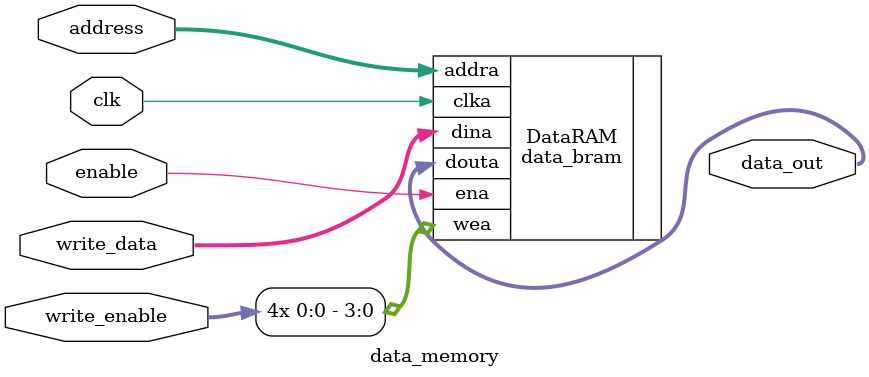
<source format=v>
`timescale 1ns / 1ps
module data_memory(
    input [31:0] address,
    input clk,
    input enable,
    input write_enable,
    input [31:0] write_data,
    output [31:0] data_out
    );
	
	data_bram DataRAM (.clka(clk), .ena(enable), .wea({4{write_enable}}), .addra(address), .dina(write_data), .douta(data_out));

endmodule

</source>
